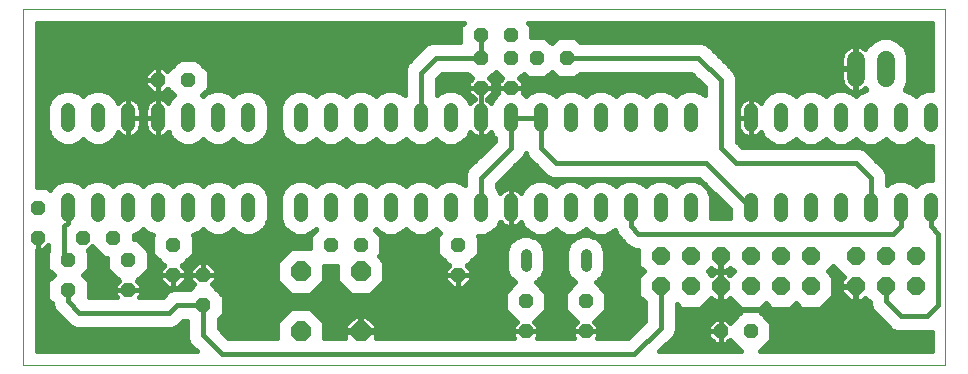
<source format=gtl>
G75*
%MOIN*%
%OFA0B0*%
%FSLAX24Y24*%
%IPPOS*%
%LPD*%
%AMOC8*
5,1,8,0,0,1.08239X$1,22.5*
%
%ADD10C,0.0000*%
%ADD11C,0.0480*%
%ADD12OC8,0.0600*%
%ADD13C,0.0380*%
%ADD14OC8,0.0660*%
%ADD15OC8,0.0480*%
%ADD16C,0.0600*%
%ADD17C,0.0160*%
D10*
X000215Y000105D02*
X000215Y011975D01*
X030957Y011975D01*
X030957Y000105D01*
X000215Y000105D01*
D11*
X001715Y005115D02*
X001715Y005595D01*
X002715Y005595D02*
X002715Y005115D01*
X003715Y005115D02*
X003715Y005595D01*
X004715Y005595D02*
X004715Y005115D01*
X005715Y005115D02*
X005715Y005595D01*
X006715Y005595D02*
X006715Y005115D01*
X007715Y005115D02*
X007715Y005595D01*
X009465Y005595D02*
X009465Y005115D01*
X010465Y005115D02*
X010465Y005595D01*
X011465Y005595D02*
X011465Y005115D01*
X012465Y005115D02*
X012465Y005595D01*
X013465Y005595D02*
X013465Y005115D01*
X014465Y005115D02*
X014465Y005595D01*
X015465Y005595D02*
X015465Y005115D01*
X016465Y005115D02*
X016465Y005595D01*
X017465Y005595D02*
X017465Y005115D01*
X018465Y005115D02*
X018465Y005595D01*
X019465Y005595D02*
X019465Y005115D01*
X020465Y005115D02*
X020465Y005595D01*
X021465Y005595D02*
X021465Y005115D01*
X022465Y005115D02*
X022465Y005595D01*
X024465Y005595D02*
X024465Y005115D01*
X025465Y005115D02*
X025465Y005595D01*
X026465Y005595D02*
X026465Y005115D01*
X027465Y005115D02*
X027465Y005595D01*
X028465Y005595D02*
X028465Y005115D01*
X029465Y005115D02*
X029465Y005595D01*
X030465Y005595D02*
X030465Y005115D01*
X030465Y008115D02*
X030465Y008595D01*
X029465Y008595D02*
X029465Y008115D01*
X028465Y008115D02*
X028465Y008595D01*
X027465Y008595D02*
X027465Y008115D01*
X026465Y008115D02*
X026465Y008595D01*
X025465Y008595D02*
X025465Y008115D01*
X024465Y008115D02*
X024465Y008595D01*
X022465Y008595D02*
X022465Y008115D01*
X021465Y008115D02*
X021465Y008595D01*
X020465Y008595D02*
X020465Y008115D01*
X019465Y008115D02*
X019465Y008595D01*
X018465Y008595D02*
X018465Y008115D01*
X017465Y008115D02*
X017465Y008595D01*
X016465Y008595D02*
X016465Y008115D01*
X015465Y008115D02*
X015465Y008595D01*
X014465Y008595D02*
X014465Y008115D01*
X013465Y008115D02*
X013465Y008595D01*
X012465Y008595D02*
X012465Y008115D01*
X011465Y008115D02*
X011465Y008595D01*
X010465Y008595D02*
X010465Y008115D01*
X009465Y008115D02*
X009465Y008595D01*
X007715Y008595D02*
X007715Y008115D01*
X006715Y008115D02*
X006715Y008595D01*
X005715Y008595D02*
X005715Y008115D01*
X004715Y008115D02*
X004715Y008595D01*
X003715Y008595D02*
X003715Y008115D01*
X002715Y008115D02*
X002715Y008595D01*
X001715Y008595D02*
X001715Y008115D01*
D12*
X021465Y003730D03*
X022465Y003730D03*
X023465Y003730D03*
X024465Y003730D03*
X025465Y003730D03*
X026465Y003730D03*
X027965Y003730D03*
X028965Y003730D03*
X029965Y003730D03*
X029965Y002730D03*
X028965Y002730D03*
X027965Y002730D03*
X026465Y002730D03*
X025465Y002730D03*
X024465Y002730D03*
X023465Y002730D03*
X022465Y002730D03*
X021465Y002730D03*
D13*
X018965Y003415D02*
X018965Y003795D01*
X016965Y003795D02*
X016965Y003415D01*
D14*
X011465Y003230D03*
X009465Y003230D03*
X009465Y001230D03*
X011465Y001230D03*
D15*
X014715Y003105D03*
X016965Y002230D03*
X018965Y002230D03*
X018965Y001230D03*
X016965Y001230D03*
X023465Y001230D03*
X024465Y001230D03*
X014715Y004105D03*
X011465Y004105D03*
X010465Y004105D03*
X006215Y003105D03*
X005215Y003105D03*
X003715Y002605D03*
X001715Y002605D03*
X001715Y003605D03*
X003715Y003605D03*
X005215Y004105D03*
X003215Y004355D03*
X002215Y004355D03*
X000715Y004355D03*
X000715Y005355D03*
X006215Y002105D03*
X015465Y009355D03*
X016465Y009355D03*
X016465Y010355D03*
X017340Y010355D03*
X018340Y010355D03*
X016465Y011105D03*
X015465Y011105D03*
X015465Y010355D03*
X005715Y009605D03*
X004715Y009605D03*
D16*
X027965Y009680D02*
X027965Y010280D01*
X028965Y010280D02*
X028965Y009680D01*
D17*
X029720Y009615D02*
X030502Y009615D01*
X030502Y009457D02*
X029690Y009457D01*
X029720Y009530D02*
X029720Y010430D01*
X029605Y010708D01*
X029393Y010920D01*
X029115Y011035D01*
X028815Y011035D01*
X028537Y010920D01*
X028325Y010708D01*
X028293Y010631D01*
X028278Y010646D01*
X028217Y010691D01*
X028149Y010725D01*
X028077Y010748D01*
X028003Y010760D01*
X027985Y010760D01*
X027985Y010000D01*
X027945Y010000D01*
X027945Y010760D01*
X027927Y010760D01*
X027853Y010748D01*
X027781Y010725D01*
X027713Y010691D01*
X027652Y010646D01*
X027599Y010593D01*
X027554Y010532D01*
X027520Y010464D01*
X027497Y010392D01*
X027485Y010318D01*
X027485Y010000D01*
X027945Y010000D01*
X027945Y009960D01*
X027985Y009960D01*
X027985Y009200D01*
X028003Y009200D01*
X028077Y009212D01*
X028149Y009235D01*
X028217Y009269D01*
X028278Y009314D01*
X028293Y009329D01*
X028312Y009284D01*
X028071Y009184D01*
X027965Y009078D01*
X027859Y009184D01*
X027603Y009290D01*
X027327Y009290D01*
X027071Y009184D01*
X026965Y009078D01*
X026859Y009184D01*
X026603Y009290D01*
X026327Y009290D01*
X026071Y009184D01*
X025965Y009078D01*
X025859Y009184D01*
X025603Y009290D01*
X025327Y009290D01*
X025071Y009184D01*
X024876Y008989D01*
X024811Y008833D01*
X024785Y008869D01*
X024739Y008915D01*
X024685Y008954D01*
X024626Y008984D01*
X024563Y009005D01*
X024498Y009015D01*
X024465Y009015D01*
X024465Y008355D01*
X024465Y008355D01*
X024465Y007695D01*
X024498Y007695D01*
X024563Y007705D01*
X024626Y007726D01*
X024685Y007756D01*
X024739Y007795D01*
X024785Y007841D01*
X024811Y007877D01*
X024876Y007721D01*
X025071Y007526D01*
X025327Y007420D01*
X025603Y007420D01*
X025859Y007526D01*
X025965Y007632D01*
X026071Y007526D01*
X026327Y007420D01*
X026603Y007420D01*
X026859Y007526D01*
X026965Y007632D01*
X027071Y007526D01*
X027327Y007420D01*
X027603Y007420D01*
X027859Y007526D01*
X027965Y007632D01*
X028071Y007526D01*
X028327Y007420D01*
X028603Y007420D01*
X028859Y007526D01*
X028965Y007632D01*
X029071Y007526D01*
X029327Y007420D01*
X029603Y007420D01*
X029859Y007526D01*
X029965Y007632D01*
X030071Y007526D01*
X030327Y007420D01*
X030502Y007420D01*
X030502Y006290D01*
X030327Y006290D01*
X030071Y006184D01*
X029965Y006078D01*
X029859Y006184D01*
X029603Y006290D01*
X029327Y006290D01*
X029071Y006184D01*
X029000Y006113D01*
X029000Y006461D01*
X028919Y006658D01*
X028768Y006809D01*
X028419Y007158D01*
X028268Y007309D01*
X028071Y007390D01*
X024187Y007390D01*
X024000Y007577D01*
X024000Y009711D01*
X023919Y009908D01*
X023768Y010059D01*
X023169Y010658D01*
X023018Y010809D01*
X022821Y010890D01*
X018788Y010890D01*
X018628Y011050D01*
X018052Y011050D01*
X017840Y010838D01*
X017628Y011050D01*
X017160Y011050D01*
X017160Y011393D01*
X017033Y011520D01*
X030502Y011520D01*
X030502Y009290D01*
X030327Y009290D01*
X030071Y009184D01*
X029965Y009078D01*
X029859Y009184D01*
X029618Y009284D01*
X029720Y009530D01*
X029624Y009298D02*
X030502Y009298D01*
X030027Y009140D02*
X029903Y009140D01*
X029720Y009774D02*
X030502Y009774D01*
X030502Y009932D02*
X029720Y009932D01*
X029720Y010091D02*
X030502Y010091D01*
X030502Y010249D02*
X029720Y010249D01*
X029720Y010408D02*
X030502Y010408D01*
X030502Y010566D02*
X029664Y010566D01*
X029588Y010725D02*
X030502Y010725D01*
X030502Y010883D02*
X029430Y010883D01*
X028500Y010883D02*
X022838Y010883D01*
X023102Y010725D02*
X027780Y010725D01*
X027945Y010725D02*
X027985Y010725D01*
X027985Y010566D02*
X027945Y010566D01*
X027945Y010408D02*
X027985Y010408D01*
X027579Y010566D02*
X023261Y010566D01*
X023169Y010658D02*
X023169Y010658D01*
X023419Y010408D02*
X027502Y010408D01*
X027485Y010249D02*
X023578Y010249D01*
X023736Y010091D02*
X027485Y010091D01*
X027485Y009960D02*
X027485Y009642D01*
X027497Y009568D01*
X027520Y009496D01*
X027554Y009428D01*
X027599Y009367D01*
X027652Y009314D01*
X027713Y009269D01*
X027781Y009235D01*
X027853Y009212D01*
X027927Y009200D01*
X027945Y009200D01*
X027945Y009960D01*
X027485Y009960D01*
X027485Y009932D02*
X023895Y009932D01*
X023768Y010059D02*
X023768Y010059D01*
X023974Y009774D02*
X027485Y009774D01*
X027489Y009615D02*
X024000Y009615D01*
X024000Y009457D02*
X027540Y009457D01*
X027674Y009298D02*
X024000Y009298D01*
X024000Y009140D02*
X025027Y009140D01*
X024873Y008981D02*
X024633Y008981D01*
X024465Y008981D02*
X024465Y008981D01*
X024465Y009015D02*
X024432Y009015D01*
X024367Y009005D01*
X024304Y008984D01*
X024245Y008954D01*
X024191Y008915D01*
X024145Y008869D01*
X024106Y008815D01*
X024076Y008756D01*
X024055Y008693D01*
X024045Y008628D01*
X024045Y008355D01*
X024465Y008355D01*
X024465Y008355D01*
X024465Y008355D01*
X024465Y009015D01*
X024297Y008981D02*
X024000Y008981D01*
X024000Y008823D02*
X024111Y008823D01*
X024465Y008823D02*
X024465Y008823D01*
X024465Y008664D02*
X024465Y008664D01*
X024465Y008506D02*
X024465Y008506D01*
X024465Y008355D02*
X024045Y008355D01*
X024045Y008082D01*
X024055Y008017D01*
X024076Y007954D01*
X024106Y007895D01*
X024145Y007841D01*
X024191Y007795D01*
X024245Y007756D01*
X024304Y007726D01*
X024367Y007705D01*
X024432Y007695D01*
X024465Y007695D01*
X024465Y008355D01*
X024465Y008347D02*
X024465Y008347D01*
X024045Y008347D02*
X024000Y008347D01*
X024000Y008506D02*
X024045Y008506D01*
X024051Y008664D02*
X024000Y008664D01*
X024000Y008189D02*
X024045Y008189D01*
X024053Y008030D02*
X024000Y008030D01*
X024000Y007872D02*
X024123Y007872D01*
X024465Y007872D02*
X024465Y007872D01*
X024465Y008030D02*
X024465Y008030D01*
X024465Y008189D02*
X024465Y008189D01*
X024807Y007872D02*
X024814Y007872D01*
X024884Y007713D02*
X024587Y007713D01*
X024465Y007713D02*
X024465Y007713D01*
X024343Y007713D02*
X024000Y007713D01*
X024022Y007555D02*
X025043Y007555D01*
X025887Y007555D02*
X026043Y007555D01*
X026887Y007555D02*
X027043Y007555D01*
X027887Y007555D02*
X028043Y007555D01*
X028887Y007555D02*
X029043Y007555D01*
X028419Y007158D02*
X028419Y007158D01*
X028498Y007079D02*
X030502Y007079D01*
X030502Y006921D02*
X028656Y006921D01*
X028768Y006809D02*
X028768Y006809D01*
X028815Y006762D02*
X030502Y006762D01*
X030502Y006604D02*
X028941Y006604D01*
X029000Y006445D02*
X030502Y006445D01*
X030318Y006287D02*
X029612Y006287D01*
X029318Y006287D02*
X029000Y006287D01*
X029000Y006128D02*
X029015Y006128D01*
X028465Y006355D02*
X028465Y005355D01*
X029465Y005355D02*
X029465Y004730D01*
X029215Y004480D01*
X020715Y004480D01*
X020465Y004730D01*
X020465Y005355D01*
X020965Y006078D02*
X020859Y006184D01*
X020603Y006290D01*
X020327Y006290D01*
X020071Y006184D01*
X019965Y006078D01*
X019859Y006184D01*
X019603Y006290D01*
X019327Y006290D01*
X019071Y006184D01*
X018965Y006078D01*
X018859Y006184D01*
X018603Y006290D01*
X018327Y006290D01*
X018071Y006184D01*
X017965Y006078D01*
X017859Y006184D01*
X017603Y006290D01*
X017327Y006290D01*
X017071Y006184D01*
X016876Y005989D01*
X016811Y005833D01*
X016785Y005869D01*
X016739Y005915D01*
X016685Y005954D01*
X016626Y005984D01*
X016563Y006005D01*
X016498Y006015D01*
X016465Y006015D01*
X016465Y005355D01*
X016465Y005355D01*
X016465Y004695D01*
X016498Y004695D01*
X016563Y004705D01*
X016626Y004726D01*
X016685Y004756D01*
X016739Y004795D01*
X016785Y004841D01*
X016811Y004877D01*
X016876Y004721D01*
X017071Y004526D01*
X017327Y004420D01*
X017603Y004420D01*
X017859Y004526D01*
X017965Y004632D01*
X018071Y004526D01*
X018327Y004420D01*
X018603Y004420D01*
X018859Y004526D01*
X018965Y004632D01*
X019071Y004526D01*
X019327Y004420D01*
X019603Y004420D01*
X019859Y004526D01*
X019938Y004605D01*
X020011Y004427D01*
X020261Y004177D01*
X020412Y004026D01*
X020609Y003945D01*
X020710Y003945D01*
X020710Y003417D01*
X020897Y003230D01*
X020710Y003043D01*
X020710Y002417D01*
X020930Y002197D01*
X020930Y001577D01*
X020368Y001015D01*
X019344Y001015D01*
X019385Y001056D01*
X019385Y001230D01*
X019385Y001404D01*
X019253Y001536D01*
X019660Y001942D01*
X019660Y002518D01*
X019316Y002862D01*
X019330Y002868D01*
X019512Y003050D01*
X019610Y003287D01*
X019610Y003923D01*
X019512Y004160D01*
X019330Y004342D01*
X019093Y004440D01*
X018837Y004440D01*
X018600Y004342D01*
X018418Y004160D01*
X018320Y003923D01*
X018320Y003287D01*
X018418Y003050D01*
X018600Y002868D01*
X018614Y002862D01*
X018270Y002518D01*
X018270Y001942D01*
X018677Y001536D01*
X018545Y001404D01*
X018545Y001230D01*
X018965Y001230D01*
X019385Y001230D01*
X018965Y001230D01*
X018965Y001230D01*
X018965Y001230D01*
X018545Y001230D01*
X018545Y001056D01*
X017385Y001056D01*
X017385Y001230D01*
X017385Y001404D01*
X017253Y001536D01*
X017660Y001942D01*
X017660Y002518D01*
X017316Y002862D01*
X017330Y002868D01*
X017512Y003050D01*
X017610Y003287D01*
X017610Y003923D01*
X017512Y004160D01*
X017330Y004342D01*
X017093Y004440D01*
X016837Y004440D01*
X016600Y004342D01*
X016418Y004160D01*
X016320Y003923D01*
X016320Y003287D01*
X016418Y003050D01*
X016600Y002868D01*
X016614Y002862D01*
X016270Y002518D01*
X016270Y001942D01*
X016677Y001536D01*
X016545Y001404D01*
X016545Y001230D01*
X016965Y001230D01*
X017385Y001230D01*
X016965Y001230D01*
X016965Y001230D01*
X016965Y001230D01*
X016545Y001230D01*
X016545Y001056D01*
X011975Y001056D01*
X011975Y001019D02*
X011975Y001200D01*
X011495Y001200D01*
X011495Y001260D01*
X011435Y001260D01*
X011435Y001740D01*
X011254Y001740D01*
X010955Y001441D01*
X010955Y001260D01*
X011435Y001260D01*
X011435Y001200D01*
X010955Y001200D01*
X010955Y001019D01*
X010959Y001015D01*
X010250Y001015D01*
X010250Y001555D01*
X009790Y002015D01*
X009140Y002015D01*
X008680Y001555D01*
X008680Y001015D01*
X007062Y001015D01*
X006750Y001327D01*
X006750Y001657D01*
X006910Y001817D01*
X006910Y002393D01*
X006503Y002799D01*
X006635Y002931D01*
X006635Y003105D01*
X006635Y003279D01*
X006389Y003525D01*
X006215Y003525D01*
X006215Y003105D01*
X006215Y003105D01*
X006635Y003105D01*
X006215Y003105D01*
X006215Y003105D01*
X006215Y003105D01*
X005795Y003105D01*
X005795Y003279D01*
X006041Y003525D01*
X006215Y003525D01*
X006215Y003105D01*
X005795Y003105D01*
X005795Y002931D01*
X005927Y002799D01*
X005767Y002640D01*
X005234Y002640D01*
X005037Y002559D01*
X004868Y002390D01*
X004094Y002390D01*
X004135Y002431D01*
X004135Y002605D01*
X004135Y002779D01*
X004003Y002911D01*
X004410Y003317D01*
X004410Y003893D01*
X004003Y004300D01*
X003910Y004300D01*
X003910Y004444D01*
X004109Y004526D01*
X004215Y004632D01*
X004321Y004526D01*
X004556Y004429D01*
X004520Y004393D01*
X004520Y003817D01*
X004927Y003411D01*
X004795Y003279D01*
X004795Y003105D01*
X005215Y003105D01*
X005635Y003105D01*
X005635Y003279D01*
X005503Y003411D01*
X005910Y003817D01*
X005910Y004393D01*
X005874Y004429D01*
X006109Y004526D01*
X006215Y004632D01*
X006321Y004526D01*
X006577Y004420D01*
X006853Y004420D01*
X007109Y004526D01*
X007215Y004632D01*
X007321Y004526D01*
X007577Y004420D01*
X007853Y004420D01*
X008109Y004526D01*
X008304Y004721D01*
X008410Y004977D01*
X008410Y005733D01*
X008304Y005989D01*
X008109Y006184D01*
X007853Y006290D01*
X007577Y006290D01*
X007321Y006184D01*
X007215Y006078D01*
X007109Y006184D01*
X006853Y006290D01*
X006577Y006290D01*
X006321Y006184D01*
X006215Y006078D01*
X006109Y006184D01*
X005853Y006290D01*
X005577Y006290D01*
X005321Y006184D01*
X005215Y006078D01*
X005109Y006184D01*
X004853Y006290D01*
X004577Y006290D01*
X004321Y006184D01*
X004215Y006078D01*
X004109Y006184D01*
X003853Y006290D01*
X003577Y006290D01*
X003321Y006184D01*
X003215Y006078D01*
X003109Y006184D01*
X002853Y006290D01*
X002577Y006290D01*
X002321Y006184D01*
X002215Y006078D01*
X002109Y006184D01*
X001853Y006290D01*
X001577Y006290D01*
X001321Y006184D01*
X001126Y005989D01*
X001108Y005945D01*
X001003Y006050D01*
X000670Y006050D01*
X000670Y011520D01*
X014897Y011520D01*
X014770Y011393D01*
X014770Y010890D01*
X013859Y010890D01*
X013662Y010809D01*
X013511Y010658D01*
X013162Y010309D01*
X013011Y010158D01*
X012930Y009961D01*
X012930Y009113D01*
X012859Y009184D01*
X012603Y009290D01*
X012327Y009290D01*
X012071Y009184D01*
X011965Y009078D01*
X011859Y009184D01*
X011603Y009290D01*
X011327Y009290D01*
X011071Y009184D01*
X010965Y009078D01*
X010859Y009184D01*
X010603Y009290D01*
X010327Y009290D01*
X010071Y009184D01*
X009965Y009078D01*
X009859Y009184D01*
X009603Y009290D01*
X009327Y009290D01*
X009071Y009184D01*
X008876Y008989D01*
X008770Y008733D01*
X008770Y007977D01*
X008876Y007721D01*
X009071Y007526D01*
X009327Y007420D01*
X009603Y007420D01*
X009859Y007526D01*
X009965Y007632D01*
X010071Y007526D01*
X010327Y007420D01*
X010603Y007420D01*
X010859Y007526D01*
X010965Y007632D01*
X011071Y007526D01*
X011327Y007420D01*
X011603Y007420D01*
X011859Y007526D01*
X011965Y007632D01*
X012071Y007526D01*
X012327Y007420D01*
X012603Y007420D01*
X012859Y007526D01*
X012965Y007632D01*
X013071Y007526D01*
X013327Y007420D01*
X013603Y007420D01*
X013859Y007526D01*
X013965Y007632D01*
X014071Y007526D01*
X014327Y007420D01*
X014603Y007420D01*
X014859Y007526D01*
X015054Y007721D01*
X015119Y007877D01*
X015145Y007841D01*
X015191Y007795D01*
X015245Y007756D01*
X015304Y007726D01*
X015367Y007705D01*
X015432Y007695D01*
X015465Y007695D01*
X015498Y007695D01*
X015563Y007705D01*
X015626Y007726D01*
X015685Y007756D01*
X015739Y007795D01*
X015785Y007841D01*
X015811Y007877D01*
X015876Y007721D01*
X015930Y007667D01*
X015930Y007577D01*
X015011Y006658D01*
X014930Y006461D01*
X014930Y006113D01*
X014859Y006184D01*
X014603Y006290D01*
X014327Y006290D01*
X014071Y006184D01*
X013965Y006078D01*
X013859Y006184D01*
X013603Y006290D01*
X013327Y006290D01*
X013071Y006184D01*
X012965Y006078D01*
X012859Y006184D01*
X012603Y006290D01*
X012327Y006290D01*
X012071Y006184D01*
X011965Y006078D01*
X011859Y006184D01*
X011603Y006290D01*
X011327Y006290D01*
X011071Y006184D01*
X010965Y006078D01*
X010859Y006184D01*
X010603Y006290D01*
X010327Y006290D01*
X010071Y006184D01*
X009965Y006078D01*
X009859Y006184D01*
X009603Y006290D01*
X009327Y006290D01*
X009071Y006184D01*
X008876Y005989D01*
X008770Y005733D01*
X008770Y004977D01*
X008876Y004721D01*
X009071Y004526D01*
X009327Y004420D01*
X009603Y004420D01*
X009859Y004526D01*
X009965Y004632D01*
X009987Y004610D01*
X009770Y004393D01*
X009770Y004015D01*
X009140Y004015D01*
X008680Y003555D01*
X008680Y002905D01*
X009140Y002445D01*
X009790Y002445D01*
X010250Y002905D01*
X010250Y003410D01*
X010680Y003410D01*
X010680Y002905D01*
X011140Y002445D01*
X011790Y002445D01*
X012250Y002905D01*
X012250Y003555D01*
X012074Y003731D01*
X012160Y003817D01*
X012160Y004393D01*
X011943Y004610D01*
X011965Y004632D01*
X012071Y004526D01*
X012327Y004420D01*
X012603Y004420D01*
X012859Y004526D01*
X012965Y004632D01*
X013071Y004526D01*
X013327Y004420D01*
X013603Y004420D01*
X013859Y004526D01*
X013965Y004632D01*
X014071Y004526D01*
X014129Y004502D01*
X014020Y004393D01*
X014020Y003817D01*
X014427Y003411D01*
X014295Y003279D01*
X014295Y003105D01*
X014715Y003105D01*
X015135Y003105D01*
X015135Y003279D01*
X015003Y003411D01*
X015410Y003817D01*
X015410Y004393D01*
X015383Y004420D01*
X015603Y004420D01*
X015859Y004526D01*
X016054Y004721D01*
X016119Y004877D01*
X016145Y004841D01*
X016191Y004795D01*
X016245Y004756D01*
X016304Y004726D01*
X016367Y004705D01*
X016432Y004695D01*
X016465Y004695D01*
X016465Y005355D01*
X016465Y005355D01*
X016465Y006015D01*
X016432Y006015D01*
X016367Y006005D01*
X016304Y005984D01*
X016245Y005954D01*
X016191Y005915D01*
X016145Y005869D01*
X016119Y005833D01*
X016054Y005989D01*
X016000Y006043D01*
X016000Y006133D01*
X016768Y006901D01*
X016919Y007052D01*
X016965Y007164D01*
X017011Y007052D01*
X017162Y006901D01*
X017662Y006401D01*
X017859Y006320D01*
X018071Y006320D01*
X022743Y006320D01*
X023770Y005293D01*
X023770Y005015D01*
X023160Y005015D01*
X023160Y005733D01*
X023054Y005989D01*
X022859Y006184D01*
X022603Y006290D01*
X022327Y006290D01*
X022071Y006184D01*
X021965Y006078D01*
X021859Y006184D01*
X021603Y006290D01*
X021327Y006290D01*
X021071Y006184D01*
X020965Y006078D01*
X020915Y006128D02*
X021015Y006128D01*
X021318Y006287D02*
X020612Y006287D01*
X020318Y006287D02*
X019612Y006287D01*
X019318Y006287D02*
X018612Y006287D01*
X018318Y006287D02*
X017612Y006287D01*
X017618Y006445D02*
X016312Y006445D01*
X016470Y006604D02*
X017460Y006604D01*
X017301Y006762D02*
X016629Y006762D01*
X016787Y006921D02*
X017143Y006921D01*
X017000Y007079D02*
X016930Y007079D01*
X016465Y007355D02*
X016465Y008355D01*
X017465Y008355D01*
X017465Y007355D01*
X017965Y006855D01*
X022965Y006855D01*
X024465Y005355D01*
X023770Y005177D02*
X023160Y005177D01*
X023160Y005019D02*
X023770Y005019D01*
X023728Y005336D02*
X023160Y005336D01*
X023160Y005494D02*
X023569Y005494D01*
X023411Y005653D02*
X023160Y005653D01*
X023128Y005811D02*
X023252Y005811D01*
X023094Y005970D02*
X023062Y005970D01*
X022935Y006128D02*
X022915Y006128D01*
X022777Y006287D02*
X022612Y006287D01*
X022318Y006287D02*
X021612Y006287D01*
X021915Y006128D02*
X022015Y006128D01*
X020015Y006128D02*
X019915Y006128D01*
X019015Y006128D02*
X018915Y006128D01*
X018015Y006128D02*
X017915Y006128D01*
X017318Y006287D02*
X016153Y006287D01*
X016000Y006128D02*
X017015Y006128D01*
X016868Y005970D02*
X016655Y005970D01*
X016465Y005970D02*
X016465Y005970D01*
X016465Y005811D02*
X016465Y005811D01*
X016275Y005970D02*
X016062Y005970D01*
X016465Y005653D02*
X016465Y005653D01*
X016465Y005494D02*
X016465Y005494D01*
X016465Y005336D02*
X016465Y005336D01*
X016465Y005177D02*
X016465Y005177D01*
X016465Y005019D02*
X016465Y005019D01*
X016465Y004860D02*
X016465Y004860D01*
X016131Y004860D02*
X016112Y004860D01*
X016034Y004702D02*
X016391Y004702D01*
X016465Y004702D02*
X016465Y004702D01*
X016539Y004702D02*
X016896Y004702D01*
X017054Y004543D02*
X015876Y004543D01*
X015410Y004385D02*
X016703Y004385D01*
X016484Y004226D02*
X015410Y004226D01*
X015410Y004068D02*
X016380Y004068D01*
X016320Y003909D02*
X015410Y003909D01*
X015343Y003751D02*
X016320Y003751D01*
X016320Y003592D02*
X015185Y003592D01*
X015026Y003434D02*
X016320Y003434D01*
X016325Y003275D02*
X015135Y003275D01*
X015135Y003117D02*
X016390Y003117D01*
X016510Y002958D02*
X015135Y002958D01*
X015135Y002931D02*
X015135Y003105D01*
X014715Y003105D01*
X014715Y003105D01*
X014715Y002685D01*
X014889Y002685D01*
X015135Y002931D01*
X015003Y002800D02*
X016552Y002800D01*
X016393Y002641D02*
X011986Y002641D01*
X011828Y002483D02*
X016270Y002483D01*
X016270Y002324D02*
X006910Y002324D01*
X006820Y002483D02*
X009102Y002483D01*
X008944Y002641D02*
X006662Y002641D01*
X006503Y002800D02*
X008785Y002800D01*
X008680Y002958D02*
X006635Y002958D01*
X006635Y003117D02*
X008680Y003117D01*
X008680Y003275D02*
X006635Y003275D01*
X006480Y003434D02*
X008680Y003434D01*
X008717Y003592D02*
X005685Y003592D01*
X005526Y003434D02*
X005950Y003434D01*
X005795Y003275D02*
X005635Y003275D01*
X006215Y003275D02*
X006215Y003275D01*
X006215Y003434D02*
X006215Y003434D01*
X006215Y003117D02*
X006215Y003117D01*
X005795Y003117D02*
X005635Y003117D01*
X005635Y003105D02*
X005215Y003105D01*
X005215Y003105D01*
X005215Y002685D01*
X005389Y002685D01*
X005635Y002931D01*
X005635Y003105D01*
X005635Y002958D02*
X005795Y002958D01*
X005927Y002800D02*
X005503Y002800D01*
X005215Y002800D02*
X005215Y002800D01*
X005215Y002685D02*
X005215Y003105D01*
X005215Y003105D01*
X005215Y003105D01*
X004795Y003105D01*
X004795Y002931D01*
X005041Y002685D01*
X005215Y002685D01*
X004927Y002800D02*
X004114Y002800D01*
X004051Y002958D02*
X004795Y002958D01*
X004795Y003117D02*
X004209Y003117D01*
X004368Y003275D02*
X004795Y003275D01*
X004904Y003434D02*
X004410Y003434D01*
X004410Y003592D02*
X004745Y003592D01*
X004587Y003751D02*
X004410Y003751D01*
X004394Y003909D02*
X004520Y003909D01*
X004520Y004068D02*
X004235Y004068D01*
X004077Y004226D02*
X004520Y004226D01*
X004520Y004385D02*
X003910Y004385D01*
X004126Y004543D02*
X004304Y004543D01*
X002927Y003660D02*
X002521Y004067D01*
X002389Y003935D01*
X002368Y003935D01*
X002410Y003893D01*
X002410Y003317D01*
X002198Y003105D01*
X002410Y002893D01*
X002410Y002390D01*
X003336Y002390D01*
X003295Y002431D01*
X003295Y002605D01*
X003715Y002605D01*
X004135Y002605D01*
X003715Y002605D01*
X003715Y002605D01*
X003715Y002605D01*
X003295Y002605D01*
X003295Y002779D01*
X003427Y002911D01*
X003020Y003317D01*
X003020Y003660D01*
X002927Y003660D01*
X003020Y003592D02*
X002410Y003592D01*
X002410Y003434D02*
X003020Y003434D01*
X003062Y003275D02*
X002368Y003275D01*
X002209Y003117D02*
X003221Y003117D01*
X003379Y002958D02*
X002345Y002958D01*
X002410Y002800D02*
X003316Y002800D01*
X003295Y002641D02*
X002410Y002641D01*
X002410Y002483D02*
X003295Y002483D01*
X004135Y002483D02*
X004961Y002483D01*
X005768Y002641D02*
X004135Y002641D01*
X005215Y002958D02*
X005215Y002958D01*
X005340Y002105D02*
X005090Y001855D01*
X002090Y001855D01*
X001715Y002230D01*
X001715Y002605D01*
X001232Y003105D02*
X001020Y002893D01*
X001020Y002317D01*
X001180Y002157D01*
X001180Y002124D01*
X001261Y001927D01*
X001412Y001776D01*
X001787Y001401D01*
X001984Y001320D01*
X005196Y001320D01*
X005393Y001401D01*
X005544Y001552D01*
X005562Y001570D01*
X005680Y001570D01*
X005680Y000999D01*
X005761Y000802D01*
X005912Y000651D01*
X006003Y000560D01*
X000670Y000560D01*
X000670Y003935D01*
X000715Y003935D01*
X000889Y003935D01*
X001055Y004101D01*
X001055Y003928D01*
X001020Y003893D01*
X001020Y003317D01*
X001232Y003105D01*
X001221Y003117D02*
X000670Y003117D01*
X000670Y002958D02*
X001085Y002958D01*
X001020Y002800D02*
X000670Y002800D01*
X000670Y002641D02*
X001020Y002641D01*
X001020Y002483D02*
X000670Y002483D01*
X000670Y002324D02*
X001020Y002324D01*
X001172Y002166D02*
X000670Y002166D01*
X000670Y002007D02*
X001228Y002007D01*
X001340Y001849D02*
X000670Y001849D01*
X000670Y001690D02*
X001498Y001690D01*
X001657Y001532D02*
X000670Y001532D01*
X000670Y001373D02*
X001856Y001373D01*
X000670Y001215D02*
X005680Y001215D01*
X005680Y001373D02*
X005324Y001373D01*
X005523Y001532D02*
X005680Y001532D01*
X006215Y001105D02*
X006215Y002105D01*
X005340Y002105D01*
X006783Y001690D02*
X008815Y001690D01*
X008680Y001532D02*
X006750Y001532D01*
X006750Y001373D02*
X008680Y001373D01*
X008680Y001215D02*
X006862Y001215D01*
X007021Y001056D02*
X008680Y001056D01*
X010115Y001690D02*
X011204Y001690D01*
X011045Y001532D02*
X010250Y001532D01*
X010250Y001373D02*
X010955Y001373D01*
X011435Y001373D02*
X011495Y001373D01*
X011495Y001260D02*
X011495Y001740D01*
X011676Y001740D01*
X011975Y001441D01*
X011975Y001260D01*
X011495Y001260D01*
X011495Y001215D02*
X016545Y001215D01*
X016545Y001373D02*
X011975Y001373D01*
X011885Y001532D02*
X016673Y001532D01*
X016522Y001690D02*
X011726Y001690D01*
X011495Y001690D02*
X011435Y001690D01*
X011435Y001532D02*
X011495Y001532D01*
X011435Y001215D02*
X010250Y001215D01*
X010250Y001056D02*
X010955Y001056D01*
X011971Y001015D02*
X011975Y001019D01*
X011971Y001015D02*
X016586Y001015D01*
X016545Y001056D01*
X017344Y001015D02*
X017385Y001056D01*
X017344Y001015D02*
X018586Y001015D01*
X018545Y001056D01*
X018545Y001215D02*
X017385Y001215D01*
X017385Y001373D02*
X018545Y001373D01*
X018673Y001532D02*
X017257Y001532D01*
X017408Y001690D02*
X018522Y001690D01*
X018364Y001849D02*
X017566Y001849D01*
X017660Y002007D02*
X018270Y002007D01*
X018270Y002166D02*
X017660Y002166D01*
X017660Y002324D02*
X018270Y002324D01*
X018270Y002483D02*
X017660Y002483D01*
X017537Y002641D02*
X018393Y002641D01*
X018552Y002800D02*
X017378Y002800D01*
X017420Y002958D02*
X018510Y002958D01*
X018390Y003117D02*
X017540Y003117D01*
X017605Y003275D02*
X018325Y003275D01*
X018320Y003434D02*
X017610Y003434D01*
X017610Y003592D02*
X018320Y003592D01*
X018320Y003751D02*
X017610Y003751D01*
X017610Y003909D02*
X018320Y003909D01*
X018380Y004068D02*
X017550Y004068D01*
X017446Y004226D02*
X018484Y004226D01*
X018703Y004385D02*
X017227Y004385D01*
X017876Y004543D02*
X018054Y004543D01*
X018876Y004543D02*
X019054Y004543D01*
X019227Y004385D02*
X020054Y004385D01*
X019963Y004543D02*
X019876Y004543D01*
X020212Y004226D02*
X019446Y004226D01*
X019550Y004068D02*
X020371Y004068D01*
X020710Y003909D02*
X019610Y003909D01*
X019610Y003751D02*
X020710Y003751D01*
X020710Y003592D02*
X019610Y003592D01*
X019610Y003434D02*
X020710Y003434D01*
X020852Y003275D02*
X019605Y003275D01*
X019540Y003117D02*
X020784Y003117D01*
X020710Y002958D02*
X019420Y002958D01*
X019378Y002800D02*
X020710Y002800D01*
X020710Y002641D02*
X019537Y002641D01*
X019660Y002483D02*
X020710Y002483D01*
X020803Y002324D02*
X019660Y002324D01*
X019660Y002166D02*
X020930Y002166D01*
X020930Y002007D02*
X019660Y002007D01*
X019566Y001849D02*
X020930Y001849D01*
X020930Y001690D02*
X019408Y001690D01*
X019257Y001532D02*
X020885Y001532D01*
X020726Y001373D02*
X019385Y001373D01*
X019385Y001215D02*
X020568Y001215D01*
X020409Y001056D02*
X019385Y001056D01*
X020590Y000480D02*
X006840Y000480D01*
X006215Y001105D01*
X005680Y001056D02*
X000670Y001056D01*
X000670Y000898D02*
X005722Y000898D01*
X005824Y000739D02*
X000670Y000739D01*
X000670Y000581D02*
X005983Y000581D01*
X006910Y001849D02*
X008973Y001849D01*
X009132Y002007D02*
X006910Y002007D01*
X006910Y002166D02*
X016270Y002166D01*
X016270Y002007D02*
X009798Y002007D01*
X009957Y001849D02*
X016364Y001849D01*
X014715Y002685D02*
X014541Y002685D01*
X014295Y002931D01*
X014295Y003105D01*
X014715Y003105D01*
X014715Y003105D01*
X014715Y003105D01*
X014715Y002685D01*
X014715Y002800D02*
X014715Y002800D01*
X014715Y002958D02*
X014715Y002958D01*
X014427Y002800D02*
X012145Y002800D01*
X012250Y002958D02*
X014295Y002958D01*
X014295Y003117D02*
X012250Y003117D01*
X012250Y003275D02*
X014295Y003275D01*
X014404Y003434D02*
X012250Y003434D01*
X012213Y003592D02*
X014245Y003592D01*
X014087Y003751D02*
X012093Y003751D01*
X012160Y003909D02*
X014020Y003909D01*
X014020Y004068D02*
X012160Y004068D01*
X012160Y004226D02*
X014020Y004226D01*
X014020Y004385D02*
X012160Y004385D01*
X012054Y004543D02*
X012010Y004543D01*
X012876Y004543D02*
X013054Y004543D01*
X013876Y004543D02*
X014054Y004543D01*
X015465Y005355D02*
X015465Y006355D01*
X016465Y007355D01*
X015908Y007555D02*
X014887Y007555D01*
X015046Y007713D02*
X015343Y007713D01*
X015465Y007713D02*
X015465Y007713D01*
X015465Y007695D02*
X015465Y008355D01*
X015465Y008355D01*
X015465Y009015D01*
X015465Y009355D01*
X015885Y009355D01*
X015885Y009529D01*
X015753Y009661D01*
X015965Y009872D01*
X016177Y009661D01*
X016045Y009529D01*
X016045Y009355D01*
X016465Y009355D01*
X016885Y009355D01*
X016885Y009529D01*
X016753Y009661D01*
X016902Y009810D01*
X017052Y009660D01*
X017628Y009660D01*
X017840Y009872D01*
X018052Y009660D01*
X018628Y009660D01*
X018788Y009820D01*
X022493Y009820D01*
X022930Y009383D01*
X022930Y009113D01*
X022859Y009184D01*
X022603Y009290D01*
X022327Y009290D01*
X022071Y009184D01*
X021965Y009078D01*
X021859Y009184D01*
X021603Y009290D01*
X021327Y009290D01*
X021071Y009184D01*
X020965Y009078D01*
X020859Y009184D01*
X020603Y009290D01*
X020327Y009290D01*
X020071Y009184D01*
X019965Y009078D01*
X019859Y009184D01*
X019603Y009290D01*
X019327Y009290D01*
X019071Y009184D01*
X018965Y009078D01*
X018859Y009184D01*
X018603Y009290D01*
X018327Y009290D01*
X018071Y009184D01*
X017965Y009078D01*
X017859Y009184D01*
X017603Y009290D01*
X017327Y009290D01*
X017071Y009184D01*
X016965Y009078D01*
X016873Y009169D01*
X016885Y009181D01*
X016885Y009355D01*
X016465Y009355D01*
X016465Y009355D01*
X016465Y009355D01*
X016045Y009355D01*
X016045Y009181D01*
X016057Y009169D01*
X015876Y008989D01*
X015811Y008833D01*
X015785Y008869D01*
X015739Y008915D01*
X015685Y008954D01*
X015667Y008963D01*
X015885Y009181D01*
X015885Y009355D01*
X015465Y009355D01*
X015465Y009355D01*
X015465Y009355D01*
X015465Y009355D01*
X015045Y009355D01*
X015045Y009529D01*
X015177Y009661D01*
X015017Y009820D01*
X014187Y009820D01*
X014000Y009633D01*
X014000Y009113D01*
X014071Y009184D01*
X014327Y009290D01*
X014603Y009290D01*
X014859Y009184D01*
X015054Y008989D01*
X015119Y008833D01*
X015145Y008869D01*
X015191Y008915D01*
X015245Y008954D01*
X015263Y008963D01*
X015045Y009181D01*
X015045Y009355D01*
X015465Y009355D01*
X015465Y008355D01*
X015465Y008355D01*
X015465Y007695D01*
X015587Y007713D02*
X015884Y007713D01*
X015814Y007872D02*
X015807Y007872D01*
X015465Y007872D02*
X015465Y007872D01*
X015465Y008030D02*
X015465Y008030D01*
X015465Y008189D02*
X015465Y008189D01*
X015465Y008347D02*
X015465Y008347D01*
X015465Y008506D02*
X015465Y008506D01*
X015465Y008664D02*
X015465Y008664D01*
X015465Y008823D02*
X015465Y008823D01*
X015465Y008981D02*
X015465Y008981D01*
X015465Y009140D02*
X015465Y009140D01*
X015685Y008981D02*
X015873Y008981D01*
X015843Y009140D02*
X016027Y009140D01*
X016045Y009298D02*
X015885Y009298D01*
X015885Y009457D02*
X016045Y009457D01*
X016131Y009615D02*
X015799Y009615D01*
X015866Y009774D02*
X016064Y009774D01*
X016799Y009615D02*
X022698Y009615D01*
X022540Y009774D02*
X018741Y009774D01*
X017939Y009774D02*
X017741Y009774D01*
X016939Y009774D02*
X016866Y009774D01*
X016885Y009457D02*
X022857Y009457D01*
X022930Y009298D02*
X016885Y009298D01*
X016903Y009140D02*
X017027Y009140D01*
X017903Y009140D02*
X018027Y009140D01*
X018903Y009140D02*
X019027Y009140D01*
X019903Y009140D02*
X020027Y009140D01*
X020903Y009140D02*
X021027Y009140D01*
X021903Y009140D02*
X022027Y009140D01*
X022903Y009140D02*
X022930Y009140D01*
X023465Y009605D02*
X022715Y010355D01*
X018340Y010355D01*
X017885Y010883D02*
X017795Y010883D01*
X017636Y011042D02*
X018044Y011042D01*
X018636Y011042D02*
X030502Y011042D01*
X030502Y011200D02*
X017160Y011200D01*
X017160Y011359D02*
X030502Y011359D01*
X030502Y011517D02*
X017036Y011517D01*
X015465Y011105D02*
X015465Y010355D01*
X013965Y010355D01*
X013465Y009855D01*
X013465Y008355D01*
X015057Y008981D02*
X015245Y008981D01*
X015087Y009140D02*
X014903Y009140D01*
X015045Y009298D02*
X014000Y009298D01*
X014000Y009457D02*
X015045Y009457D01*
X015131Y009615D02*
X014000Y009615D01*
X014140Y009774D02*
X015064Y009774D01*
X015465Y009298D02*
X015465Y009298D01*
X014027Y009140D02*
X014000Y009140D01*
X012930Y009140D02*
X012903Y009140D01*
X012930Y009298D02*
X006391Y009298D01*
X006410Y009317D02*
X006410Y009893D01*
X006003Y010300D01*
X005427Y010300D01*
X005021Y009893D01*
X004889Y010025D01*
X004715Y010025D01*
X004715Y009605D01*
X004715Y009605D01*
X004715Y009185D01*
X004889Y009185D01*
X005021Y009317D01*
X005237Y009100D01*
X005126Y008989D01*
X005061Y008833D01*
X005035Y008869D01*
X004989Y008915D01*
X004935Y008954D01*
X004876Y008984D01*
X004813Y009005D01*
X004748Y009015D01*
X004715Y009015D01*
X004715Y008355D01*
X004715Y008355D01*
X004715Y007695D01*
X004748Y007695D01*
X004813Y007705D01*
X004876Y007726D01*
X004935Y007756D01*
X004989Y007795D01*
X005035Y007841D01*
X005061Y007877D01*
X005126Y007721D01*
X005321Y007526D01*
X005577Y007420D01*
X005853Y007420D01*
X006109Y007526D01*
X006215Y007632D01*
X006321Y007526D01*
X006577Y007420D01*
X006853Y007420D01*
X007109Y007526D01*
X007215Y007632D01*
X007321Y007526D01*
X007577Y007420D01*
X007853Y007420D01*
X008109Y007526D01*
X008304Y007721D01*
X008410Y007977D01*
X008410Y008733D01*
X008304Y008989D01*
X008109Y009184D01*
X007853Y009290D01*
X007577Y009290D01*
X007321Y009184D01*
X007215Y009078D01*
X007109Y009184D01*
X006853Y009290D01*
X006577Y009290D01*
X006321Y009184D01*
X006215Y009078D01*
X006193Y009100D01*
X006410Y009317D01*
X006410Y009457D02*
X012930Y009457D01*
X012930Y009615D02*
X006410Y009615D01*
X006410Y009774D02*
X012930Y009774D01*
X012930Y009932D02*
X006371Y009932D01*
X006212Y010091D02*
X012983Y010091D01*
X013102Y010249D02*
X006054Y010249D01*
X005376Y010249D02*
X000670Y010249D01*
X000670Y010091D02*
X005218Y010091D01*
X005059Y009932D02*
X004982Y009932D01*
X004715Y009932D02*
X004715Y009932D01*
X004715Y010025D02*
X004541Y010025D01*
X004295Y009779D01*
X004295Y009605D01*
X004715Y009605D01*
X004715Y009605D01*
X004715Y009605D01*
X004715Y010025D01*
X004448Y009932D02*
X000670Y009932D01*
X000670Y009774D02*
X004295Y009774D01*
X004295Y009615D02*
X000670Y009615D01*
X000670Y009457D02*
X004295Y009457D01*
X004295Y009431D02*
X004541Y009185D01*
X004715Y009185D01*
X004715Y009605D01*
X004295Y009605D01*
X004295Y009431D01*
X004428Y009298D02*
X000670Y009298D01*
X000670Y009140D02*
X001277Y009140D01*
X001321Y009184D02*
X001126Y008989D01*
X001020Y008733D01*
X001020Y007977D01*
X001126Y007721D01*
X001321Y007526D01*
X001577Y007420D01*
X001853Y007420D01*
X002109Y007526D01*
X002215Y007632D01*
X002321Y007526D01*
X002577Y007420D01*
X002853Y007420D01*
X003109Y007526D01*
X003304Y007721D01*
X003369Y007877D01*
X003395Y007841D01*
X003441Y007795D01*
X003495Y007756D01*
X003554Y007726D01*
X003617Y007705D01*
X003682Y007695D01*
X003715Y007695D01*
X003748Y007695D01*
X003813Y007705D01*
X003876Y007726D01*
X003935Y007756D01*
X003989Y007795D01*
X004035Y007841D01*
X004074Y007895D01*
X004104Y007954D01*
X004125Y008017D01*
X004135Y008082D01*
X004135Y008355D01*
X004135Y008628D01*
X004125Y008693D01*
X004104Y008756D01*
X004074Y008815D01*
X004035Y008869D01*
X003989Y008915D01*
X003935Y008954D01*
X003876Y008984D01*
X003813Y009005D01*
X003748Y009015D01*
X003715Y009015D01*
X003715Y008355D01*
X004135Y008355D01*
X003715Y008355D01*
X003715Y008355D01*
X003715Y008355D01*
X003715Y007695D01*
X003715Y008355D01*
X003715Y008355D01*
X003715Y009015D01*
X003682Y009015D01*
X003617Y009005D01*
X003554Y008984D01*
X003495Y008954D01*
X003441Y008915D01*
X003395Y008869D01*
X003369Y008833D01*
X003304Y008989D01*
X003109Y009184D01*
X002853Y009290D01*
X002577Y009290D01*
X002321Y009184D01*
X002215Y009078D01*
X002109Y009184D01*
X001853Y009290D01*
X001577Y009290D01*
X001321Y009184D01*
X001123Y008981D02*
X000670Y008981D01*
X000670Y008823D02*
X001057Y008823D01*
X001020Y008664D02*
X000670Y008664D01*
X000670Y008506D02*
X001020Y008506D01*
X001020Y008347D02*
X000670Y008347D01*
X000670Y008189D02*
X001020Y008189D01*
X001020Y008030D02*
X000670Y008030D01*
X000670Y007872D02*
X001064Y007872D01*
X001134Y007713D02*
X000670Y007713D01*
X000670Y007555D02*
X001293Y007555D01*
X000670Y007396D02*
X015749Y007396D01*
X015591Y007238D02*
X000670Y007238D01*
X000670Y007079D02*
X015432Y007079D01*
X015274Y006921D02*
X000670Y006921D01*
X000670Y006762D02*
X015115Y006762D01*
X014989Y006604D02*
X000670Y006604D01*
X000670Y006445D02*
X014930Y006445D01*
X014930Y006287D02*
X014612Y006287D01*
X014318Y006287D02*
X013612Y006287D01*
X013318Y006287D02*
X012612Y006287D01*
X012318Y006287D02*
X011612Y006287D01*
X011318Y006287D02*
X010612Y006287D01*
X010318Y006287D02*
X009612Y006287D01*
X009318Y006287D02*
X007862Y006287D01*
X007568Y006287D02*
X006862Y006287D01*
X006568Y006287D02*
X005862Y006287D01*
X005568Y006287D02*
X004862Y006287D01*
X004568Y006287D02*
X003862Y006287D01*
X003568Y006287D02*
X002862Y006287D01*
X002568Y006287D02*
X001862Y006287D01*
X001568Y006287D02*
X000670Y006287D01*
X000670Y006128D02*
X001265Y006128D01*
X001118Y005970D02*
X001083Y005970D01*
X002165Y006128D02*
X002265Y006128D01*
X003165Y006128D02*
X003265Y006128D01*
X004165Y006128D02*
X004265Y006128D01*
X005165Y006128D02*
X005265Y006128D01*
X006165Y006128D02*
X006265Y006128D01*
X007165Y006128D02*
X007265Y006128D01*
X008165Y006128D02*
X009015Y006128D01*
X008868Y005970D02*
X008312Y005970D01*
X008378Y005811D02*
X008802Y005811D01*
X008770Y005653D02*
X008410Y005653D01*
X008410Y005494D02*
X008770Y005494D01*
X008770Y005336D02*
X008410Y005336D01*
X008410Y005177D02*
X008770Y005177D01*
X008770Y005019D02*
X008410Y005019D01*
X008362Y004860D02*
X008818Y004860D01*
X008896Y004702D02*
X008284Y004702D01*
X008126Y004543D02*
X009054Y004543D01*
X009770Y004385D02*
X005910Y004385D01*
X006126Y004543D02*
X006304Y004543D01*
X007126Y004543D02*
X007304Y004543D01*
X005910Y004226D02*
X009770Y004226D01*
X009770Y004068D02*
X005910Y004068D01*
X005910Y003909D02*
X009034Y003909D01*
X008875Y003751D02*
X005843Y003751D01*
X002837Y003751D02*
X002410Y003751D01*
X002394Y003909D02*
X002678Y003909D01*
X001715Y003605D02*
X001590Y003730D01*
X001590Y004730D01*
X001715Y004855D01*
X001715Y005355D01*
X000715Y004355D02*
X000715Y003935D01*
X000715Y004355D01*
X000715Y004355D01*
X000715Y004226D02*
X000715Y004226D01*
X000715Y004068D02*
X000715Y004068D01*
X000670Y003909D02*
X001036Y003909D01*
X001021Y004068D02*
X001055Y004068D01*
X001020Y003751D02*
X000670Y003751D01*
X000670Y003592D02*
X001020Y003592D01*
X001020Y003434D02*
X000670Y003434D01*
X000670Y003275D02*
X001062Y003275D01*
X009828Y002483D02*
X011102Y002483D01*
X010944Y002641D02*
X009986Y002641D01*
X010145Y002800D02*
X010785Y002800D01*
X010680Y002958D02*
X010250Y002958D01*
X010250Y003117D02*
X010680Y003117D01*
X010680Y003275D02*
X010250Y003275D01*
X009920Y004543D02*
X009876Y004543D01*
X009915Y006128D02*
X010015Y006128D01*
X010915Y006128D02*
X011015Y006128D01*
X011915Y006128D02*
X012015Y006128D01*
X012915Y006128D02*
X013015Y006128D01*
X013915Y006128D02*
X014015Y006128D01*
X014915Y006128D02*
X014930Y006128D01*
X016799Y004860D02*
X016818Y004860D01*
X021465Y002730D02*
X021465Y001355D01*
X020590Y000480D01*
X021427Y000560D02*
X021919Y001052D01*
X022000Y001249D01*
X022000Y001461D01*
X022000Y002127D01*
X022152Y001975D01*
X022778Y001975D01*
X023159Y002357D01*
X023266Y002250D01*
X023445Y002250D01*
X023445Y002710D01*
X023485Y002710D01*
X023485Y002250D01*
X023664Y002250D01*
X023771Y002357D01*
X024152Y001975D01*
X024778Y001975D01*
X024965Y002162D01*
X025152Y001975D01*
X025778Y001975D01*
X025965Y002162D01*
X026152Y001975D01*
X026778Y001975D01*
X027220Y002417D01*
X027220Y003043D01*
X027033Y003230D01*
X027215Y003412D01*
X027592Y003036D01*
X027485Y002929D01*
X027485Y002750D01*
X027945Y002750D01*
X027945Y002710D01*
X027985Y002710D01*
X027985Y002250D01*
X028164Y002250D01*
X028271Y002357D01*
X028430Y002197D01*
X028430Y002124D01*
X028511Y001927D01*
X029011Y001427D01*
X029162Y001276D01*
X029359Y001195D01*
X030446Y001195D01*
X030502Y001218D01*
X030502Y000560D01*
X024778Y000560D01*
X025160Y000942D01*
X025160Y001518D01*
X024753Y001925D01*
X024177Y001925D01*
X023771Y001518D01*
X023639Y001650D01*
X023465Y001650D01*
X023465Y001230D01*
X023465Y001230D01*
X023465Y000810D01*
X023639Y000810D01*
X023771Y000942D01*
X024152Y000560D01*
X021427Y000560D01*
X021447Y000581D02*
X024132Y000581D01*
X023973Y000739D02*
X021606Y000739D01*
X021764Y000898D02*
X023204Y000898D01*
X023291Y000810D02*
X023465Y000810D01*
X023465Y001230D01*
X023465Y001230D01*
X023465Y001230D01*
X023045Y001230D01*
X023045Y001404D01*
X023291Y001650D01*
X023465Y001650D01*
X023465Y001230D01*
X023045Y001230D01*
X023045Y001056D01*
X021920Y001056D01*
X021986Y001215D02*
X023045Y001215D01*
X023045Y001373D02*
X022000Y001373D01*
X022000Y001532D02*
X023173Y001532D01*
X023465Y001532D02*
X023465Y001532D01*
X023465Y001373D02*
X023465Y001373D01*
X023465Y001215D02*
X023465Y001215D01*
X023465Y001056D02*
X023465Y001056D01*
X023465Y000898D02*
X023465Y000898D01*
X023291Y000810D02*
X023045Y001056D01*
X023726Y000898D02*
X023815Y000898D01*
X024798Y000581D02*
X030502Y000581D01*
X030502Y000739D02*
X024957Y000739D01*
X025115Y000898D02*
X030502Y000898D01*
X030502Y001056D02*
X025160Y001056D01*
X025160Y001215D02*
X029311Y001215D01*
X029065Y001373D02*
X025160Y001373D01*
X025146Y001532D02*
X028907Y001532D01*
X028748Y001690D02*
X024988Y001690D01*
X024829Y001849D02*
X028590Y001849D01*
X028478Y002007D02*
X026810Y002007D01*
X026968Y002166D02*
X028430Y002166D01*
X028303Y002324D02*
X028238Y002324D01*
X027985Y002324D02*
X027945Y002324D01*
X027945Y002250D02*
X027945Y002710D01*
X027485Y002710D01*
X027485Y002531D01*
X027766Y002250D01*
X027945Y002250D01*
X027692Y002324D02*
X027127Y002324D01*
X027220Y002483D02*
X027534Y002483D01*
X027485Y002641D02*
X027220Y002641D01*
X027220Y002800D02*
X027485Y002800D01*
X027514Y002958D02*
X027220Y002958D01*
X027146Y003117D02*
X027511Y003117D01*
X027352Y003275D02*
X027078Y003275D01*
X027945Y002641D02*
X027985Y002641D01*
X027985Y002483D02*
X027945Y002483D01*
X028965Y002730D02*
X028965Y002230D01*
X029465Y001730D01*
X030340Y001730D01*
X030715Y002105D01*
X030715Y004480D01*
X030465Y004730D01*
X030465Y005355D01*
X030015Y006128D02*
X029915Y006128D01*
X028465Y006355D02*
X027965Y006855D01*
X023965Y006855D01*
X023465Y007355D01*
X023465Y009605D01*
X025903Y009140D02*
X026027Y009140D01*
X026903Y009140D02*
X027027Y009140D01*
X027903Y009140D02*
X028027Y009140D01*
X027985Y009298D02*
X027945Y009298D01*
X027945Y009457D02*
X027985Y009457D01*
X027985Y009615D02*
X027945Y009615D01*
X027945Y009774D02*
X027985Y009774D01*
X027985Y009932D02*
X027945Y009932D01*
X027945Y010091D02*
X027985Y010091D01*
X027985Y010249D02*
X027945Y010249D01*
X028150Y010725D02*
X028342Y010725D01*
X028306Y009298D02*
X028256Y009298D01*
X029887Y007555D02*
X030043Y007555D01*
X030502Y007396D02*
X024181Y007396D01*
X028339Y007238D02*
X030502Y007238D01*
X023485Y003710D02*
X023485Y003250D01*
X023664Y003250D01*
X023771Y003357D01*
X023897Y003230D01*
X023771Y003103D01*
X023664Y003210D01*
X023485Y003210D01*
X023485Y002750D01*
X023445Y002750D01*
X023445Y003210D01*
X023266Y003210D01*
X023159Y003103D01*
X023033Y003230D01*
X023159Y003357D01*
X023266Y003250D01*
X023445Y003250D01*
X023445Y003710D01*
X023485Y003710D01*
X023485Y003592D02*
X023445Y003592D01*
X023445Y003434D02*
X023485Y003434D01*
X023485Y003275D02*
X023445Y003275D01*
X023241Y003275D02*
X023078Y003275D01*
X023146Y003117D02*
X023173Y003117D01*
X023445Y003117D02*
X023485Y003117D01*
X023485Y002958D02*
X023445Y002958D01*
X023445Y002800D02*
X023485Y002800D01*
X023485Y002641D02*
X023445Y002641D01*
X023445Y002483D02*
X023485Y002483D01*
X023485Y002324D02*
X023445Y002324D01*
X023192Y002324D02*
X023127Y002324D01*
X022968Y002166D02*
X023962Y002166D01*
X024120Y002007D02*
X022810Y002007D01*
X022120Y002007D02*
X022000Y002007D01*
X022000Y001849D02*
X024101Y001849D01*
X023942Y001690D02*
X022000Y001690D01*
X023757Y001532D02*
X023784Y001532D01*
X024810Y002007D02*
X025120Y002007D01*
X025810Y002007D02*
X026120Y002007D01*
X023803Y002324D02*
X023738Y002324D01*
X023757Y003117D02*
X023784Y003117D01*
X023852Y003275D02*
X023689Y003275D01*
X030493Y001215D02*
X030502Y001215D01*
X014043Y007555D02*
X013887Y007555D01*
X013043Y007555D02*
X012887Y007555D01*
X012043Y007555D02*
X011887Y007555D01*
X011043Y007555D02*
X010887Y007555D01*
X010043Y007555D02*
X009887Y007555D01*
X009043Y007555D02*
X008137Y007555D01*
X008296Y007713D02*
X008884Y007713D01*
X008814Y007872D02*
X008366Y007872D01*
X008410Y008030D02*
X008770Y008030D01*
X008770Y008189D02*
X008410Y008189D01*
X008410Y008347D02*
X008770Y008347D01*
X008770Y008506D02*
X008410Y008506D01*
X008410Y008664D02*
X008770Y008664D01*
X008807Y008823D02*
X008373Y008823D01*
X008307Y008981D02*
X008873Y008981D01*
X009027Y009140D02*
X008153Y009140D01*
X007277Y009140D02*
X007153Y009140D01*
X006277Y009140D02*
X006232Y009140D01*
X005198Y009140D02*
X003153Y009140D01*
X003307Y008981D02*
X003547Y008981D01*
X003715Y008981D02*
X003715Y008981D01*
X003715Y008823D02*
X003715Y008823D01*
X003883Y008981D02*
X004547Y008981D01*
X004554Y008984D02*
X004495Y008954D01*
X004441Y008915D01*
X004395Y008869D01*
X004356Y008815D01*
X004326Y008756D01*
X004305Y008693D01*
X004295Y008628D01*
X004295Y008355D01*
X004715Y008355D01*
X004715Y008355D01*
X004715Y008355D01*
X004715Y009015D01*
X004682Y009015D01*
X004617Y009005D01*
X004554Y008984D01*
X004715Y008981D02*
X004715Y008981D01*
X004715Y008823D02*
X004715Y008823D01*
X004883Y008981D02*
X005123Y008981D01*
X004361Y008823D02*
X004069Y008823D01*
X004129Y008664D02*
X004301Y008664D01*
X004295Y008506D02*
X004135Y008506D01*
X004135Y008347D02*
X004295Y008347D01*
X004295Y008355D02*
X004295Y008082D01*
X004305Y008017D01*
X004326Y007954D01*
X004356Y007895D01*
X004395Y007841D01*
X004441Y007795D01*
X004495Y007756D01*
X004554Y007726D01*
X004617Y007705D01*
X004682Y007695D01*
X004715Y007695D01*
X004715Y008355D01*
X004295Y008355D01*
X004295Y008189D02*
X004135Y008189D01*
X004127Y008030D02*
X004303Y008030D01*
X004373Y007872D02*
X004057Y007872D01*
X003837Y007713D02*
X004593Y007713D01*
X004715Y007713D02*
X004715Y007713D01*
X004837Y007713D02*
X005134Y007713D01*
X005293Y007555D02*
X003137Y007555D01*
X003296Y007713D02*
X003593Y007713D01*
X003715Y007713D02*
X003715Y007713D01*
X003715Y007872D02*
X003715Y007872D01*
X003715Y008030D02*
X003715Y008030D01*
X003715Y008189D02*
X003715Y008189D01*
X003715Y008347D02*
X003715Y008347D01*
X003715Y008506D02*
X003715Y008506D01*
X003715Y008664D02*
X003715Y008664D01*
X004715Y008664D02*
X004715Y008664D01*
X004715Y008506D02*
X004715Y008506D01*
X004715Y008347D02*
X004715Y008347D01*
X004715Y008189D02*
X004715Y008189D01*
X004715Y008030D02*
X004715Y008030D01*
X004715Y007872D02*
X004715Y007872D01*
X005057Y007872D02*
X005064Y007872D01*
X006137Y007555D02*
X006293Y007555D01*
X007137Y007555D02*
X007293Y007555D01*
X009903Y009140D02*
X010027Y009140D01*
X010903Y009140D02*
X011027Y009140D01*
X011903Y009140D02*
X012027Y009140D01*
X015116Y007872D02*
X015123Y007872D01*
X013261Y010408D02*
X000670Y010408D01*
X000670Y010566D02*
X013419Y010566D01*
X013578Y010725D02*
X000670Y010725D01*
X000670Y010883D02*
X013842Y010883D01*
X014770Y011042D02*
X000670Y011042D01*
X000670Y011200D02*
X014770Y011200D01*
X014770Y011359D02*
X000670Y011359D01*
X000670Y011517D02*
X014894Y011517D01*
X005039Y009298D02*
X005002Y009298D01*
X004715Y009298D02*
X004715Y009298D01*
X004715Y009457D02*
X004715Y009457D01*
X004715Y009615D02*
X004715Y009615D01*
X004715Y009774D02*
X004715Y009774D01*
X002277Y009140D02*
X002153Y009140D01*
X003366Y007872D02*
X003373Y007872D01*
X002293Y007555D02*
X002137Y007555D01*
M02*

</source>
